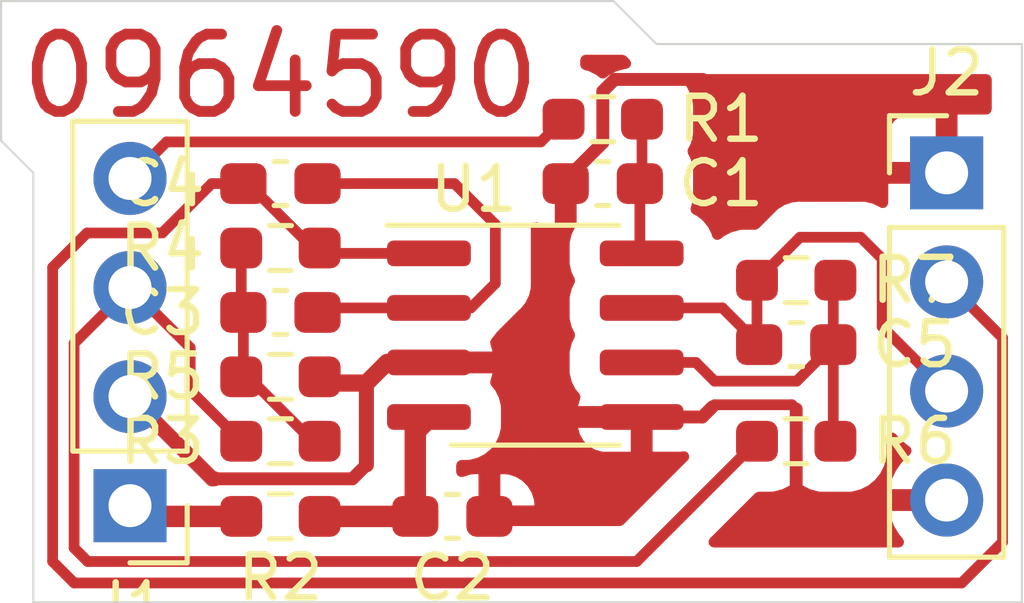
<source format=kicad_pcb>
(kicad_pcb (version 20211014) (generator pcbnew)
  (layers (0 "F.Cu" signal) (31 "B.Cu" signal) (44 "Edge.Cuts" user))
  (net 0 "")
  (net 1 "GND")
  (net 2 "Net-(C3-Pad2)")
  (net 3 "Net-(C3-Pad1)")
  (net 4 "+15V")
  (net 5 "-15V")
  (net 6 "/out_a")
  (net 7 "/fb_b")
  (net 8 "/out_b")
  (net 9 "/input")
  (net 10 "/15v")
  (net 11 "/-15v")
  (footprint "Capacitor_SMD:C_0603_1608Metric_Pad1.08x0.95mm_HandSolder" (layer "F.Cu") (at 145 109.5 180)
    (fp_text reference "C1" (at -2.75 0) (layer "F.SilkS"))
    (fp_text value "100n")
    (fp_line (start -0.146267 0.51) (end 0.146267 0.51) (layer "F.SilkS") (width 0.12))
    (fp_line (start -0.146267 -0.51) (end 0.146267 -0.51) (layer "F.SilkS") (width 0.12))
    (pad "1" smd roundrect locked (at -0.8625 0 180) (size 1.075 0.95) (layers "F.Cu" "F.Paste" "F.Mask") (net 10 "/15v"))
    (pad "2" smd roundrect locked (at 0.8625 0 180) (size 1.075 0.95) (layers "F.Cu" "F.Paste" "F.Mask") (net 1 "GND"))
  )
  (footprint "Capacitor_SMD:C_0603_1608Metric_Pad1.08x0.95mm_HandSolder" (layer "F.Cu") (at 141.5 117.25 180)
    (fp_text reference "C2" (at 0 -1.43) (layer "F.SilkS"))
    (fp_text value "100n")
    (fp_line (start -0.146267 -0.51) (end 0.146267 -0.51) (layer "F.SilkS") (width 0.12))
    (fp_line (start -0.146267 0.51) (end 0.146267 0.51) (layer "F.SilkS") (width 0.12))
    (pad "1" smd roundrect locked (at -0.8625 0 180) (size 1.075 0.95) (layers "F.Cu" "F.Paste" "F.Mask") (net 1 "GND"))
    (pad "2" smd roundrect locked (at 0.8625 0 180) (size 1.075 0.95) (layers "F.Cu" "F.Paste" "F.Mask") (net 11 "/-15v"))
  )
  (footprint "Capacitor_SMD:C_0603_1608Metric_Pad1.08x0.95mm_HandSolder" (layer "F.Cu") (at 137.5 112.5 180)
    (fp_text reference "C3" (at 2.75 0) (layer "F.SilkS"))
    (fp_text value "100n")
    (fp_line (start -0.146267 -0.51) (end 0.146267 -0.51) (layer "F.SilkS") (width 0.12))
    (fp_line (start -0.146267 0.51) (end 0.146267 0.51) (layer "F.SilkS") (width 0.12))
    (pad "1" smd roundrect locked (at -0.8625 0 180) (size 1.075 0.95) (layers "F.Cu" "F.Paste" "F.Mask") (net 3 "Net-(C3-Pad1)"))
    (pad "2" smd roundrect locked (at 0.8625 0 180) (size 1.075 0.95) (layers "F.Cu" "F.Paste" "F.Mask") (net 2 "Net-(C3-Pad2)"))
  )
  (footprint "Capacitor_SMD:C_0603_1608Metric_Pad1.08x0.95mm_HandSolder" (layer "F.Cu") (at 137.5 109.5)
    (fp_text reference "C4" (at -2.75 0) (layer "F.SilkS"))
    (fp_text value "100n")
    (fp_line (start -0.146267 0.51) (end 0.146267 0.51) (layer "F.SilkS") (width 0.12))
    (fp_line (start -0.146267 -0.51) (end 0.146267 -0.51) (layer "F.SilkS") (width 0.12))
    (pad "1" smd roundrect locked (at -0.8625 0) (size 1.075 0.95) (layers "F.Cu" "F.Paste" "F.Mask") (net 6 "/out_a"))
    (pad "2" smd roundrect locked (at 0.8625 0) (size 1.075 0.95) (layers "F.Cu" "F.Paste" "F.Mask") (net 3 "Net-(C3-Pad1)"))
  )
  (footprint "Capacitor_SMD:C_0603_1608Metric_Pad1.08x0.95mm_HandSolder" (layer "F.Cu") (at 149.5 113.25)
    (fp_text reference "C5" (at 2.75 0) (layer "F.SilkS"))
    (fp_text value "100n")
    (fp_line (start -0.146267 0.51) (end 0.146267 0.51) (layer "F.SilkS") (width 0.12))
    (fp_line (start -0.146267 -0.51) (end 0.146267 -0.51) (layer "F.SilkS") (width 0.12))
    (pad "1" smd roundrect locked (at -0.8625 0) (size 1.075 0.95) (layers "F.Cu" "F.Paste" "F.Mask") (net 8 "/out_b"))
    (pad "2" smd roundrect locked (at 0.8625 0) (size 1.075 0.95) (layers "F.Cu" "F.Paste" "F.Mask") (net 7 "/fb_b"))
  )
  (footprint "Connector_PinHeader_2.54mm:PinHeader_1x04_P2.54mm_Vertical" (layer "F.Cu") (at 134 117 180)
    (fp_text reference "J1" (at 0 -2.33) (layer "F.SilkS"))
    (fp_text value "input")
    (fp_line (start -1.33 8.95) (end 1.33 8.95) (layer "F.SilkS") (width 0.12))
    (fp_line (start -1.33 1.27) (end 1.33 1.27) (layer "F.SilkS") (width 0.12))
    (fp_line (start 1.33 1.27) (end 1.33 8.95) (layer "F.SilkS") (width 0.12))
    (fp_line (start -1.33 0) (end -1.33 -1.33) (layer "F.SilkS") (width 0.12))
    (fp_line (start -1.33 1.27) (end -1.33 8.95) (layer "F.SilkS") (width 0.12))
    (fp_line (start -1.33 -1.33) (end 0 -1.33) (layer "F.SilkS") (width 0.12))
    (pad "1" thru_hole rect locked (at 0 0 180) (size 1.7 1.7) (drill 1) (layers *.Cu *.Mask) (net 5 "-15V"))
    (pad "2" thru_hole oval locked (at 0 2.54 180) (size 1.7 1.7) (drill 1) (layers *.Cu *.Mask) (net 1 "GND"))
    (pad "3" thru_hole oval locked (at 0 5.08 180) (size 1.7 1.7) (drill 1) (layers *.Cu *.Mask) (net 9 "/input"))
    (pad "4" thru_hole oval locked (at 0 7.62 180) (size 1.7 1.7) (drill 1) (layers *.Cu *.Mask) (net 4 "+15V"))
  )
  (footprint "Connector_PinHeader_2.54mm:PinHeader_1x04_P2.54mm_Vertical" (layer "F.Cu") (at 153 109.25)
    (fp_text reference "J2" (at 0 -2.33) (layer "F.SilkS"))
    (fp_text value "output")
    (fp_line (start -1.33 8.95) (end 1.33 8.95) (layer "F.SilkS") (width 0.12))
    (fp_line (start 1.33 1.27) (end 1.33 8.95) (layer "F.SilkS") (width 0.12))
    (fp_line (start -1.33 1.27) (end -1.33 8.95) (layer "F.SilkS") (width 0.12))
    (fp_line (start -1.33 1.27) (end 1.33 1.27) (layer "F.SilkS") (width 0.12))
    (fp_line (start -1.33 -1.33) (end 0 -1.33) (layer "F.SilkS") (width 0.12))
    (fp_line (start -1.33 0) (end -1.33 -1.33) (layer "F.SilkS") (width 0.12))
    (pad "1" thru_hole rect locked (at 0 0) (size 1.7 1.7) (drill 1) (layers *.Cu *.Mask) (net 1 "GND"))
    (pad "2" thru_hole oval locked (at 0 2.54) (size 1.7 1.7) (drill 1) (layers *.Cu *.Mask) (net 6 "/out_a"))
    (pad "3" thru_hole oval locked (at 0 5.08) (size 1.7 1.7) (drill 1) (layers *.Cu *.Mask) (net 8 "/out_b"))
    (pad "4" thru_hole oval locked (at 0 7.62) (size 1.7 1.7) (drill 1) (layers *.Cu *.Mask) (net 1 "GND"))
  )
  (footprint "Resistor_SMD:R_0603_1608Metric_Pad0.98x0.95mm_HandSolder" (layer "F.Cu") (at 145 108)
    (fp_text reference "R1" (at 2.75 0) (layer "F.SilkS"))
    (fp_text value "10")
    (fp_line (start -0.254724 -0.5225) (end 0.254724 -0.5225) (layer "F.SilkS") (width 0.12))
    (fp_line (start -0.254724 0.5225) (end 0.254724 0.5225) (layer "F.SilkS") (width 0.12))
    (pad "1" smd roundrect locked (at -0.9125 0) (size 0.975 0.95) (layers "F.Cu" "F.Paste" "F.Mask") (net 4 "+15V"))
    (pad "2" smd roundrect locked (at 0.9125 0) (size 0.975 0.95) (layers "F.Cu" "F.Paste" "F.Mask") (net 10 "/15v"))
  )
  (footprint "Resistor_SMD:R_0603_1608Metric_Pad0.98x0.95mm_HandSolder" (layer "F.Cu") (at 137.5 117.25 180)
    (fp_text reference "R2" (at 0 -1.43) (layer "F.SilkS"))
    (fp_text value "10")
    (fp_line (start -0.254724 -0.5225) (end 0.254724 -0.5225) (layer "F.SilkS") (width 0.12))
    (fp_line (start -0.254724 0.5225) (end 0.254724 0.5225) (layer "F.SilkS") (width 0.12))
    (pad "1" smd roundrect locked (at -0.9125 0 180) (size 0.975 0.95) (layers "F.Cu" "F.Paste" "F.Mask") (net 11 "/-15v"))
    (pad "2" smd roundrect locked (at 0.9125 0 180) (size 0.975 0.95) (layers "F.Cu" "F.Paste" "F.Mask") (net 5 "-15V"))
  )
  (footprint "Resistor_SMD:R_0603_1608Metric_Pad0.98x0.95mm_HandSolder" (layer "F.Cu") (at 137.5 115.5 180)
    (fp_text reference "R3" (at 2.75 0) (layer "F.SilkS"))
    (fp_text value "10k")
    (fp_line (start -0.254724 -0.5225) (end 0.254724 -0.5225) (layer "F.SilkS") (width 0.12))
    (fp_line (start -0.254724 0.5225) (end 0.254724 0.5225) (layer "F.SilkS") (width 0.12))
    (pad "1" smd roundrect locked (at -0.9125 0 180) (size 0.975 0.95) (layers "F.Cu" "F.Paste" "F.Mask") (net 2 "Net-(C3-Pad2)"))
    (pad "2" smd roundrect locked (at 0.9125 0 180) (size 0.975 0.95) (layers "F.Cu" "F.Paste" "F.Mask") (net 9 "/input"))
  )
  (footprint "Resistor_SMD:R_0603_1608Metric_Pad0.98x0.95mm_HandSolder" (layer "F.Cu") (at 137.5 111 180)
    (fp_text reference "R4" (at 2.75 0) (layer "F.SilkS"))
    (fp_text value "10k")
    (fp_line (start -0.254724 -0.5225) (end 0.254724 -0.5225) (layer "F.SilkS") (width 0.12))
    (fp_line (start -0.254724 0.5225) (end 0.254724 0.5225) (layer "F.SilkS") (width 0.12))
    (pad "1" smd roundrect locked (at -0.9125 0 180) (size 0.975 0.95) (layers "F.Cu" "F.Paste" "F.Mask") (net 6 "/out_a"))
    (pad "2" smd roundrect locked (at 0.9125 0 180) (size 0.975 0.95) (layers "F.Cu" "F.Paste" "F.Mask") (net 2 "Net-(C3-Pad2)"))
  )
  (footprint "Resistor_SMD:R_0603_1608Metric_Pad0.98x0.95mm_HandSolder" (layer "F.Cu") (at 137.5 114)
    (fp_text reference "R5" (at -2.75 0) (layer "F.SilkS"))
    (fp_text value "10k")
    (fp_line (start -0.254724 -0.5225) (end 0.254724 -0.5225) (layer "F.SilkS") (width 0.12))
    (fp_line (start -0.254724 0.5225) (end 0.254724 0.5225) (layer "F.SilkS") (width 0.12))
    (pad "1" smd roundrect locked (at -0.9125 0) (size 0.975 0.95) (layers "F.Cu" "F.Paste" "F.Mask") (net 2 "Net-(C3-Pad2)"))
    (pad "2" smd roundrect locked (at 0.9125 0) (size 0.975 0.95) (layers "F.Cu" "F.Paste" "F.Mask") (net 1 "GND"))
  )
  (footprint "Resistor_SMD:R_0603_1608Metric_Pad0.98x0.95mm_HandSolder" (layer "F.Cu") (at 149.5 115.5 180)
    (fp_text reference "R6" (at -2.75 0) (layer "F.SilkS"))
    (fp_text value "10k")
    (fp_line (start -0.254724 0.5225) (end 0.254724 0.5225) (layer "F.SilkS") (width 0.12))
    (fp_line (start -0.254724 -0.5225) (end 0.254724 -0.5225) (layer "F.SilkS") (width 0.12))
    (pad "1" smd roundrect locked (at -0.9125 0 180) (size 0.975 0.95) (layers "F.Cu" "F.Paste" "F.Mask") (net 7 "/fb_b"))
    (pad "2" smd roundrect locked (at 0.9125 0 180) (size 0.975 0.95) (layers "F.Cu" "F.Paste" "F.Mask") (net 9 "/input"))
  )
  (footprint "Resistor_SMD:R_0603_1608Metric_Pad0.98x0.95mm_HandSolder" (layer "F.Cu") (at 149.5 111.75)
    (fp_text reference "R7" (at 2.75 0) (layer "F.SilkS"))
    (fp_text value "10k")
    (fp_line (start -0.254724 0.5225) (end 0.254724 0.5225) (layer "F.SilkS") (width 0.12))
    (fp_line (start -0.254724 -0.5225) (end 0.254724 -0.5225) (layer "F.SilkS") (width 0.12))
    (pad "1" smd roundrect locked (at -0.9125 0) (size 0.975 0.95) (layers "F.Cu" "F.Paste" "F.Mask") (net 8 "/out_b"))
    (pad "2" smd roundrect locked (at 0.9125 0) (size 0.975 0.95) (layers "F.Cu" "F.Paste" "F.Mask") (net 7 "/fb_b"))
  )
  (footprint "Package_SO:SOIC-8_3.9x4.9mm_P1.27mm" (layer "F.Cu") (at 143.43 113.03)
    (fp_text reference "U1" (at -1.43 -3.4) (layer "F.SilkS"))
    (fp_text value "LM358")
    (fp_line (start 0 -2.56) (end -3.45 -2.56) (layer "F.SilkS") (width 0.12))
    (fp_line (start 0 2.56) (end -1.95 2.56) (layer "F.SilkS") (width 0.12))
    (fp_line (start 0 2.56) (end 1.95 2.56) (layer "F.SilkS") (width 0.12))
    (fp_line (start 0 -2.56) (end 1.95 -2.56) (layer "F.SilkS") (width 0.12))
    (pad "1" smd roundrect locked (at -2.475 -1.905) (size 1.95 0.6) (layers "F.Cu" "F.Paste" "F.Mask") (net 6 "/out_a"))
    (pad "2" smd roundrect locked (at -2.475 -0.635) (size 1.95 0.6) (layers "F.Cu" "F.Paste" "F.Mask") (net 3 "Net-(C3-Pad1)"))
    (pad "3" smd roundrect locked (at -2.475 0.635) (size 1.95 0.6) (layers "F.Cu" "F.Paste" "F.Mask") (net 1 "GND"))
    (pad "4" smd roundrect locked (at -2.475 1.905) (size 1.95 0.6) (layers "F.Cu" "F.Paste" "F.Mask") (net 11 "/-15v"))
    (pad "5" smd roundrect locked (at 2.475 1.905) (size 1.95 0.6) (layers "F.Cu" "F.Paste" "F.Mask") (net 1 "GND"))
    (pad "6" smd roundrect locked (at 2.475 0.635) (size 1.95 0.6) (layers "F.Cu" "F.Paste" "F.Mask") (net 7 "/fb_b"))
    (pad "7" smd roundrect locked (at 2.475 -0.635) (size 1.95 0.6) (layers "F.Cu" "F.Paste" "F.Mask") (net 8 "/out_b"))
    (pad "8" smd roundrect locked (at 2.475 -1.905) (size 1.95 0.6) (layers "F.Cu" "F.Paste" "F.Mask") (net 10 "/15v"))
  )
  (gr_line (start 131.75 109.25) (end 131.75 119.25) (layer "Edge.Cuts") (width 0.05))
  (gr_line (start 131 105.25) (end 131 108.5) (layer "Edge.Cuts") (width 0.05))
  (gr_line (start 146.25 106.25) (end 145.25 105.25) (layer "Edge.Cuts") (width 0.05))
  (gr_line (start 131.75 119.25) (end 154.75 119.25) (layer "Edge.Cuts") (width 0.05))
  (gr_line (start 145.25 105.25) (end 131 105.25) (layer "Edge.Cuts") (width 0.05))
  (gr_line (start 154.75 119.25) (end 154.75 106.25) (layer "Edge.Cuts") (width 0.05))
  (gr_line (start 131 108.5) (end 131.75 109.25) (layer "Edge.Cuts") (width 0.05))
  (gr_line (start 154.75 106.25) (end 146.25 106.25) (layer "Edge.Cuts") (width 0.05))
  (gr_text "0964590" (at 137.5 107) (layer "F.Cu") (effects (font (size 1.8 1.8) (thickness 0.25))))
  (segment (start 145.27501 107.07499) (end 147.32499 107.07499) (width 0.3) (layer "F.Cu") (net 1))
  (segment (start 139.5 116.05) (end 139.17548 116.37452) (width 0.3) (layer "F.Cu") (net 1))
  (segment (start 138.5575 114.145) (end 138.4125 114) (width 0.5) (layer "F.Cu") (net 1))
  (segment (start 147.315 114.935) (end 145.905 114.935) (width 0.3) (layer "F.Cu") (net 1))
  (segment (start 149.40048 114.65048) (end 149.5 114.75) (width 0.25) (layer "F.Cu") (net 1))
  (segment (start 135.91452 116.37452) (end 135.96546 116.37452) (width 0.35) (layer "F.Cu") (net 1))
  (segment (start 145 108.547288) (end 145 107.35) (width 0.3) (layer "F.Cu") (net 1))
  (segment (start 145 107.35) (end 145.27501 107.07499) (width 0.3) (layer "F.Cu") (net 1))
  (segment (start 147.315 114.935) (end 147.55 114.7) (width 0.3) (layer "F.Cu") (net 1))
  (segment (start 134 114.46) (end 135.91452 116.37452) (width 0.35) (layer "F.Cu") (net 1))
  (segment (start 139.98 113.665) (end 140.955 113.665) (width 0.4) (layer "F.Cu") (net 1))
  (segment (start 139.5 114.145) (end 139.5 116.05) (width 0.35) (layer "F.Cu") (net 1))
  (segment (start 147.59952 114.65048) (end 149.40048 114.65048) (width 0.25) (layer "F.Cu") (net 1))
  (segment (start 147.55 114.7) (end 147.59952 114.65048) (width 0.25) (layer "F.Cu") (net 1))
  (segment (start 149.5 116.7) (end 149.5 114.75) (width 0.3) (layer "F.Cu") (net 1))
  (segment (start 139.5 114.145) (end 138.5575 114.145) (width 0.4) (layer "F.Cu") (net 1))
  (segment (start 139.17548 116.37452) (end 135.96546 116.37452) (width 0.3) (layer "F.Cu") (net 1))
  (segment (start 144.1375 109.409788) (end 145 108.547288) (width 0.3) (layer "F.Cu") (net 1))
  (segment (start 139.5 114.145) (end 139.98 113.665) (width 0.4) (layer "F.Cu") (net 1))
  (segment (start 136.5875 111) (end 136.5875 112.45) (width 0.25) (layer "F.Cu") (net 2))
  (segment (start 138.25 115.5) (end 138.4125 115.5) (width 0.25) (layer "F.Cu") (net 2))
  (segment (start 136.6375 112.5) (end 136.6375 113.95) (width 0.25) (layer "F.Cu") (net 2))
  (segment (start 136.5875 114) (end 136.75 114) (width 0.25) (layer "F.Cu") (net 2))
  (segment (start 136.75 114) (end 138.25 115.5) (width 0.25) (layer "F.Cu") (net 2))
  (segment (start 136.5875 112.45) (end 136.6375 112.5) (width 0.25) (layer "F.Cu") (net 2))
  (segment (start 136.6375 113.95) (end 136.5875 114) (width 0.25) (layer "F.Cu") (net 2))
  (segment (start 140.955 112.395) (end 138.4675 112.395) (width 0.25) (layer "F.Cu") (net 3))
  (segment (start 142.5 111.825) (end 141.93 112.395) (width 0.25) (layer "F.Cu") (net 3))
  (segment (start 138.4675 112.395) (end 138.3625 112.5) (width 0.25) (layer "F.Cu") (net 3))
  (segment (start 138.3625 109.5) (end 141.55 109.5) (width 0.25) (layer "F.Cu") (net 3))
  (segment (start 141.93 112.395) (end 140.955 112.395) (width 0.25) (layer "F.Cu") (net 3))
  (segment (start 142.5 110.45) (end 142.5 111.825) (width 0.25) (layer "F.Cu") (net 3))
  (segment (start 141.55 109.5) (end 142.5 110.45) (width 0.25) (layer "F.Cu") (net 3))
  (segment (start 143.557499 108.530001) (end 144.0875 108) (width 0.25) (layer "F.Cu") (net 4))
  (segment (start 134.849999 108.530001) (end 143.557499 108.530001) (width 0.25) (layer "F.Cu") (net 4))
  (segment (start 134 109.38) (end 134.849999 108.530001) (width 0.25) (layer "F.Cu") (net 4))
  (segment (start 136.5875 117.25) (end 134.25 117.25) (width 0.5) (layer "F.Cu") (net 5))
  (segment (start 134.25 117.25) (end 134 117) (width 0.5) (layer "F.Cu") (net 5))
  (segment (start 153.35 118.8) (end 154.3 117.85) (width 0.25) (layer "F.Cu") (net 6))
  (segment (start 132.2 111.45) (end 132.2 118.3) (width 0.25) (layer "F.Cu") (net 6))
  (segment (start 154.3 113.09) (end 153 111.79) (width 0.25) (layer "F.Cu") (net 6))
  (segment (start 154.3 117.85) (end 154.3 113.09) (width 0.25) (layer "F.Cu") (net 6))
  (segment (start 134.75 110.65) (end 133 110.65) (width 0.25) (layer "F.Cu") (net 6))
  (segment (start 138.5375 111.125) (end 138.4125 111) (width 0.25) (layer "F.Cu") (net 6))
  (segment (start 136.6375 109.5) (end 135.9 109.5) (width 0.25) (layer "F.Cu") (net 6))
  (segment (start 135.9 109.5) (end 134.75 110.65) (width 0.25) (layer "F.Cu") (net 6))
  (segment (start 136.6375 109.5) (end 136.75 109.5) (width 0.25) (layer "F.Cu") (net 6))
  (segment (start 140.955 111.125) (end 138.5375 111.125) (width 0.25) (layer "F.Cu") (net 6))
  (segment (start 133 110.65) (end 132.2 111.45) (width 0.25) (layer "F.Cu") (net 6))
  (segment (start 138.25 111) (end 138.4125 111) (width 0.25) (layer "F.Cu") (net 6))
  (segment (start 136.75 109.5) (end 138.25 111) (width 0.25) (layer "F.Cu") (net 6))
  (segment (start 132.7 118.8) (end 153.35 118.8) (width 0.25) (layer "F.Cu") (net 6))
  (segment (start 132.2 118.3) (end 132.7 118.8) (width 0.25) (layer "F.Cu") (net 6))
  (segment (start 150.3625 111.8) (end 150.4125 111.75) (width 0.25) (layer "F.Cu") (net 7))
  (segment (start 147.6 114.1) (end 149.5125 114.1) (width 0.25) (layer "F.Cu") (net 7))
  (segment (start 147.165 113.665) (end 147.6 114.1) (width 0.25) (layer "F.Cu") (net 7))
  (segment (start 149.5125 114.1) (end 150.3625 113.25) (width 0.25) (layer "F.Cu") (net 7))
  (segment (start 150.3625 113.25) (end 150.3625 111.8) (width 0.25) (layer "F.Cu") (net 7))
  (segment (start 150.3625 115.45) (end 150.4125 115.5) (width 0.25) (layer "F.Cu") (net 7))
  (segment (start 150.3625 113.25) (end 150.3625 115.45) (width 0.25) (layer "F.Cu") (net 7))
  (segment (start 145.905 113.665) (end 147.165 113.665) (width 0.25) (layer "F.Cu") (net 7))
  (segment (start 145.905 112.395) (end 147.7825 112.395) (width 0.25) (layer "F.Cu") (net 8))
  (segment (start 153 114.33) (end 151.5 112.83) (width 0.25) (layer "F.Cu") (net 8))
  (segment (start 148.5875 113.2) (end 148.6375 113.25) (width 0.25) (layer "F.Cu") (net 8))
  (segment (start 151.5 112.83) (end 151.5 111.25) (width 0.25) (layer "F.Cu") (net 8))
  (segment (start 148.5875 111.75) (end 148.5875 113.2) (width 0.25) (layer "F.Cu") (net 8))
  (segment (start 149.5875 110.75) (end 148.5875 111.75) (width 0.25) (layer "F.Cu") (net 8))
  (segment (start 151 110.75) (end 149.5875 110.75) (width 0.25) (layer "F.Cu") (net 8))
  (segment (start 147.7825 112.395) (end 148.6375 113.25) (width 0.25) (layer "F.Cu") (net 8))
  (segment (start 151.5 111.25) (end 151 110.75) (width 0.25) (layer "F.Cu") (net 8))
  (segment (start 135.4 113.32) (end 135.4 114.3125) (width 0.25) (layer "F.Cu") (net 9))
  (segment (start 133.015478 118.30048) (end 145.78702 118.30048) (width 0.25) (layer "F.Cu") (net 9))
  (segment (start 134 111.92) (end 132.69952 113.22048) (width 0.25) (layer "F.Cu") (net 9))
  (segment (start 132.69952 117.984522) (end 133.015478 118.30048) (width 0.25) (layer "F.Cu") (net 9))
  (segment (start 145.78702 118.30048) (end 148.5875 115.5) (width 0.25) (layer "F.Cu") (net 9))
  (segment (start 132.69952 113.22048) (end 132.69952 117.984522) (width 0.25) (layer "F.Cu") (net 9))
  (segment (start 134 111.92) (end 135.4 113.32) (width 0.25) (layer "F.Cu") (net 9))
  (segment (start 135.4 114.3125) (end 136.5875 115.5) (width 0.25) (layer "F.Cu") (net 9))
  (segment (start 145.8625 109.5) (end 145.8625 111.0825) (width 0.25) (layer "F.Cu") (net 10))
  (segment (start 145.9125 109.45) (end 145.8625 109.5) (width 0.25) (layer "F.Cu") (net 10))
  (segment (start 145.9125 108) (end 145.9125 109.45) (width 0.25) (layer "F.Cu") (net 10))
  (segment (start 145.8625 111.0825) (end 145.905 111.125) (width 0.25) (layer "F.Cu") (net 10))
  (segment (start 140.6375 115.2525) (end 140.955 114.935) (width 0.5) (layer "F.Cu") (net 11))
  (segment (start 140.6375 117.25) (end 140.6375 115.2525) (width 0.5) (layer "F.Cu") (net 11))
  (segment (start 138.4125 117.25) (end 140.6375 117.25) (width 0.5) (layer "F.Cu") (net 11))
  (zone (net 1) (net_name "GND") (layer "F.Cu") (connect_pads (clearance 0.7)) (min_thickness 0.254) (fill yes (thermal_gap 0.508) (thermal_bridge_width 0.508))
    (polygon (pts (xy 154.5 119) (xy 132 119) (xy 132 106.5) (xy 154.5 106.5)))
  )
)
</source>
